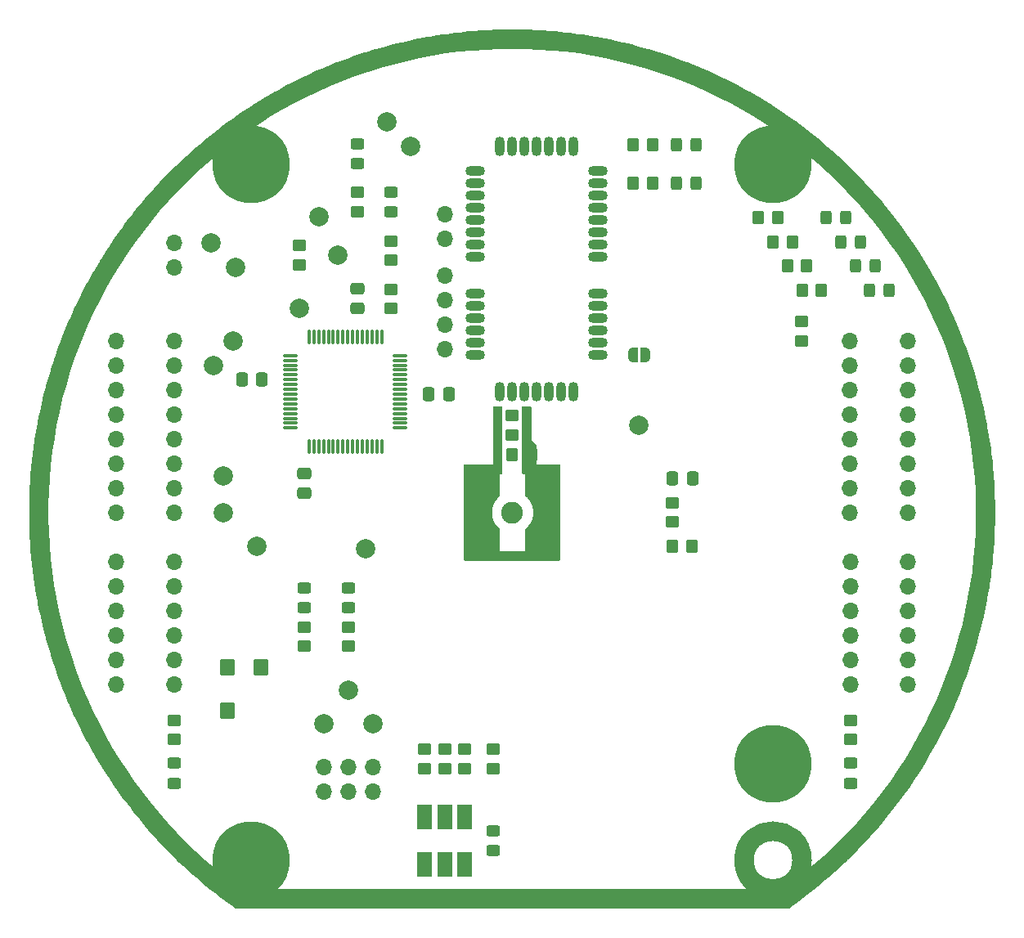
<source format=gbr>
%TF.GenerationSoftware,KiCad,Pcbnew,9.0.3*%
%TF.CreationDate,2025-09-01T11:10:08+02:00*%
%TF.ProjectId,TelemetryOnboard,54656c65-6d65-4747-9279-4f6e626f6172,v0.0.1*%
%TF.SameCoordinates,Original*%
%TF.FileFunction,Soldermask,Top*%
%TF.FilePolarity,Negative*%
%FSLAX46Y46*%
G04 Gerber Fmt 4.6, Leading zero omitted, Abs format (unit mm)*
G04 Created by KiCad (PCBNEW 9.0.3) date 2025-09-01 11:10:08*
%MOMM*%
%LPD*%
G01*
G04 APERTURE LIST*
G04 Aperture macros list*
%AMRoundRect*
0 Rectangle with rounded corners*
0 $1 Rounding radius*
0 $2 $3 $4 $5 $6 $7 $8 $9 X,Y pos of 4 corners*
0 Add a 4 corners polygon primitive as box body*
4,1,4,$2,$3,$4,$5,$6,$7,$8,$9,$2,$3,0*
0 Add four circle primitives for the rounded corners*
1,1,$1+$1,$2,$3*
1,1,$1+$1,$4,$5*
1,1,$1+$1,$6,$7*
1,1,$1+$1,$8,$9*
0 Add four rect primitives between the rounded corners*
20,1,$1+$1,$2,$3,$4,$5,0*
20,1,$1+$1,$4,$5,$6,$7,0*
20,1,$1+$1,$6,$7,$8,$9,0*
20,1,$1+$1,$8,$9,$2,$3,0*%
%AMFreePoly0*
4,1,23,0.500000,-0.750000,0.000000,-0.750000,0.000000,-0.745722,-0.065263,-0.745722,-0.191342,-0.711940,-0.304381,-0.646677,-0.396677,-0.554381,-0.461940,-0.441342,-0.495722,-0.315263,-0.495722,-0.250000,-0.500000,-0.250000,-0.500000,0.250000,-0.495722,0.250000,-0.495722,0.315263,-0.461940,0.441342,-0.396677,0.554381,-0.304381,0.646677,-0.191342,0.711940,-0.065263,0.745722,0.000000,0.745722,
0.000000,0.750000,0.500000,0.750000,0.500000,-0.750000,0.500000,-0.750000,$1*%
%AMFreePoly1*
4,1,23,0.000000,0.745722,0.065263,0.745722,0.191342,0.711940,0.304381,0.646677,0.396677,0.554381,0.461940,0.441342,0.495722,0.315263,0.495722,0.250000,0.500000,0.250000,0.500000,-0.250000,0.495722,-0.250000,0.495722,-0.315263,0.461940,-0.441342,0.396677,-0.554381,0.304381,-0.646677,0.191342,-0.711940,0.065263,-0.745722,0.000000,-0.745722,0.000000,-0.750000,-0.500000,-0.750000,
-0.500000,0.750000,0.000000,0.750000,0.000000,0.745722,0.000000,0.745722,$1*%
G04 Aperture macros list end*
%ADD10C,2.000000*%
%ADD11C,0.010000*%
%ADD12C,2.000000*%
%ADD13RoundRect,0.250000X-0.337500X-0.475000X0.337500X-0.475000X0.337500X0.475000X-0.337500X0.475000X0*%
%ADD14RoundRect,0.250000X0.337500X0.475000X-0.337500X0.475000X-0.337500X-0.475000X0.337500X-0.475000X0*%
%ADD15RoundRect,0.250000X-0.450000X0.350000X-0.450000X-0.350000X0.450000X-0.350000X0.450000X0.350000X0*%
%ADD16O,1.700000X1.700000*%
%ADD17RoundRect,0.250000X0.450000X-0.325000X0.450000X0.325000X-0.450000X0.325000X-0.450000X-0.325000X0*%
%ADD18C,4.700000*%
%ADD19C,8.000000*%
%ADD20R,1.600000X2.600000*%
%ADD21RoundRect,0.250000X0.350000X0.450000X-0.350000X0.450000X-0.350000X-0.450000X0.350000X-0.450000X0*%
%ADD22RoundRect,0.250000X0.325000X0.450000X-0.325000X0.450000X-0.325000X-0.450000X0.325000X-0.450000X0*%
%ADD23RoundRect,0.250000X-0.475000X0.337500X-0.475000X-0.337500X0.475000X-0.337500X0.475000X0.337500X0*%
%ADD24RoundRect,0.075000X-0.075000X0.662500X-0.075000X-0.662500X0.075000X-0.662500X0.075000X0.662500X0*%
%ADD25RoundRect,0.075000X-0.662500X0.075000X-0.662500X-0.075000X0.662500X-0.075000X0.662500X0.075000X0*%
%ADD26RoundRect,0.250000X0.450000X-0.350000X0.450000X0.350000X-0.450000X0.350000X-0.450000X-0.350000X0*%
%ADD27RoundRect,0.102000X-0.650000X-0.750000X0.650000X-0.750000X0.650000X0.750000X-0.650000X0.750000X0*%
%ADD28C,2.254000*%
%ADD29RoundRect,0.250000X-0.350000X-0.450000X0.350000X-0.450000X0.350000X0.450000X-0.350000X0.450000X0*%
%ADD30RoundRect,0.508000X-0.000010X0.508000X-0.000010X-0.508000X0.000010X-0.508000X0.000010X0.508000X0*%
%ADD31RoundRect,0.508000X0.000010X-0.508000X0.000010X0.508000X-0.000010X0.508000X-0.000010X-0.508000X0*%
%ADD32RoundRect,0.508000X-0.508000X-0.000010X0.508000X-0.000010X0.508000X0.000010X-0.508000X0.000010X0*%
%ADD33RoundRect,0.250000X0.475000X-0.337500X0.475000X0.337500X-0.475000X0.337500X-0.475000X-0.337500X0*%
%ADD34FreePoly0,0.000000*%
%ADD35FreePoly1,0.000000*%
G04 APERTURE END LIST*
D10*
X29999984Y-35999940D02*
G75*
G02*
X23999984Y-35999940I-3000000J0D01*
G01*
X23999984Y-35999940D02*
G75*
G02*
X29999984Y-35999940I3000000J0D01*
G01*
D11*
%TO.C,J3*%
X-1340016Y1770060D02*
X-1385016Y1731060D01*
X-1436016Y1684060D01*
X-1485016Y1636060D01*
X-1533016Y1587060D01*
X-1580016Y1536060D01*
X-1625016Y1484060D01*
X-1669016Y1430060D01*
X-1711016Y1375060D01*
X-1751016Y1320060D01*
X-1790016Y1262060D01*
X-1827016Y1204060D01*
X-1862016Y1145060D01*
X-1896016Y1085060D01*
X-1928016Y1024060D01*
X-1958016Y962060D01*
X-1986016Y899060D01*
X-2012016Y835060D01*
X-2037016Y770060D01*
X-2060016Y705060D01*
X-2080016Y639060D01*
X-2099016Y573060D01*
X-2116016Y506060D01*
X-2131016Y439060D01*
X-2144016Y371060D01*
X-2155016Y303060D01*
X-2164016Y235060D01*
X-2171016Y166060D01*
X-2176016Y97060D01*
X-2179016Y28060D01*
X-2180016Y-49940D01*
X-2176016Y-125940D01*
X-2171016Y-189940D01*
X-2164016Y-253940D01*
X-2156016Y-317940D01*
X-2145016Y-380940D01*
X-2133016Y-443940D01*
X-2118016Y-506940D01*
X-2102016Y-568940D01*
X-2084016Y-630940D01*
X-2065016Y-691940D01*
X-2043016Y-752940D01*
X-2020016Y-812940D01*
X-1995016Y-871940D01*
X-1968016Y-930940D01*
X-1940016Y-987940D01*
X-1910016Y-1044940D01*
X-1878016Y-1100940D01*
X-1845016Y-1155940D01*
X-1810016Y-1209940D01*
X-1774016Y-1262940D01*
X-1736016Y-1314940D01*
X-1696016Y-1365940D01*
X-1655016Y-1415940D01*
X-1613016Y-1463940D01*
X-1569016Y-1510940D01*
X-1524016Y-1556940D01*
X-1478016Y-1601940D01*
X-1430016Y-1644940D01*
X-1381016Y-1686940D01*
X-1340016Y-1719940D01*
X-1340016Y-3979940D01*
X-3980016Y-3979940D01*
X-3980016Y3980060D01*
X-1340016Y3980060D01*
X-1340016Y1770060D01*
G36*
X-1340016Y1770060D02*
G01*
X-1385016Y1731060D01*
X-1436016Y1684060D01*
X-1485016Y1636060D01*
X-1533016Y1587060D01*
X-1580016Y1536060D01*
X-1625016Y1484060D01*
X-1669016Y1430060D01*
X-1711016Y1375060D01*
X-1751016Y1320060D01*
X-1790016Y1262060D01*
X-1827016Y1204060D01*
X-1862016Y1145060D01*
X-1896016Y1085060D01*
X-1928016Y1024060D01*
X-1958016Y962060D01*
X-1986016Y899060D01*
X-2012016Y835060D01*
X-2037016Y770060D01*
X-2060016Y705060D01*
X-2080016Y639060D01*
X-2099016Y573060D01*
X-2116016Y506060D01*
X-2131016Y439060D01*
X-2144016Y371060D01*
X-2155016Y303060D01*
X-2164016Y235060D01*
X-2171016Y166060D01*
X-2176016Y97060D01*
X-2179016Y28060D01*
X-2180016Y-49940D01*
X-2176016Y-125940D01*
X-2171016Y-189940D01*
X-2164016Y-253940D01*
X-2156016Y-317940D01*
X-2145016Y-380940D01*
X-2133016Y-443940D01*
X-2118016Y-506940D01*
X-2102016Y-568940D01*
X-2084016Y-630940D01*
X-2065016Y-691940D01*
X-2043016Y-752940D01*
X-2020016Y-812940D01*
X-1995016Y-871940D01*
X-1968016Y-930940D01*
X-1940016Y-987940D01*
X-1910016Y-1044940D01*
X-1878016Y-1100940D01*
X-1845016Y-1155940D01*
X-1810016Y-1209940D01*
X-1774016Y-1262940D01*
X-1736016Y-1314940D01*
X-1696016Y-1365940D01*
X-1655016Y-1415940D01*
X-1613016Y-1463940D01*
X-1569016Y-1510940D01*
X-1524016Y-1556940D01*
X-1478016Y-1601940D01*
X-1430016Y-1644940D01*
X-1381016Y-1686940D01*
X-1340016Y-1719940D01*
X-1340016Y-3979940D01*
X-3980016Y-3979940D01*
X-3980016Y3980060D01*
X-1340016Y3980060D01*
X-1340016Y1770060D01*
G37*
X3979984Y-3979940D02*
X1339984Y-3979940D01*
X1339984Y-1719940D01*
X1390984Y-1676940D01*
X1440984Y-1632940D01*
X1488984Y-1587940D01*
X1535984Y-1541940D01*
X1580984Y-1493940D01*
X1624984Y-1444940D01*
X1666984Y-1394940D01*
X1707984Y-1342940D01*
X1747984Y-1289940D01*
X1785984Y-1236940D01*
X1821984Y-1181940D01*
X1856984Y-1125940D01*
X1889984Y-1068940D01*
X1920984Y-1010940D01*
X1950984Y-951940D01*
X1978984Y-891940D01*
X2004984Y-831940D01*
X2029984Y-770940D01*
X2052984Y-708940D01*
X2073984Y-646940D01*
X2092984Y-583940D01*
X2109984Y-519940D01*
X2124984Y-455940D01*
X2138984Y-390940D01*
X2149984Y-326940D01*
X2159984Y-260940D01*
X2167984Y-195940D01*
X2173984Y-129940D01*
X2177984Y-64940D01*
X2179984Y60D01*
X2178984Y52060D01*
X2175984Y119060D01*
X2170984Y186060D01*
X2163984Y253060D01*
X2155984Y320060D01*
X2144984Y387060D01*
X2131984Y453060D01*
X2117984Y519060D01*
X2100984Y584060D01*
X2082984Y649060D01*
X2061984Y713060D01*
X2039984Y777060D01*
X2015984Y840060D01*
X1989984Y902060D01*
X1962984Y964060D01*
X1932984Y1025060D01*
X1901984Y1084060D01*
X1869984Y1143060D01*
X1834984Y1201060D01*
X1798984Y1258060D01*
X1760984Y1314060D01*
X1720984Y1368060D01*
X1679984Y1422060D01*
X1637984Y1474060D01*
X1593984Y1525060D01*
X1547984Y1575060D01*
X1500984Y1623060D01*
X1452984Y1670060D01*
X1402984Y1716060D01*
X1339984Y1770060D01*
X1339984Y3980060D01*
X3979984Y3980060D01*
X3979984Y-3979940D01*
G36*
X3979984Y-3979940D02*
G01*
X1339984Y-3979940D01*
X1339984Y-1719940D01*
X1390984Y-1676940D01*
X1440984Y-1632940D01*
X1488984Y-1587940D01*
X1535984Y-1541940D01*
X1580984Y-1493940D01*
X1624984Y-1444940D01*
X1666984Y-1394940D01*
X1707984Y-1342940D01*
X1747984Y-1289940D01*
X1785984Y-1236940D01*
X1821984Y-1181940D01*
X1856984Y-1125940D01*
X1889984Y-1068940D01*
X1920984Y-1010940D01*
X1950984Y-951940D01*
X1978984Y-891940D01*
X2004984Y-831940D01*
X2029984Y-770940D01*
X2052984Y-708940D01*
X2073984Y-646940D01*
X2092984Y-583940D01*
X2109984Y-519940D01*
X2124984Y-455940D01*
X2138984Y-390940D01*
X2149984Y-326940D01*
X2159984Y-260940D01*
X2167984Y-195940D01*
X2173984Y-129940D01*
X2177984Y-64940D01*
X2179984Y60D01*
X2178984Y52060D01*
X2175984Y119060D01*
X2170984Y186060D01*
X2163984Y253060D01*
X2155984Y320060D01*
X2144984Y387060D01*
X2131984Y453060D01*
X2117984Y519060D01*
X2100984Y584060D01*
X2082984Y649060D01*
X2061984Y713060D01*
X2039984Y777060D01*
X2015984Y840060D01*
X1989984Y902060D01*
X1962984Y964060D01*
X1932984Y1025060D01*
X1901984Y1084060D01*
X1869984Y1143060D01*
X1834984Y1201060D01*
X1798984Y1258060D01*
X1760984Y1314060D01*
X1720984Y1368060D01*
X1679984Y1422060D01*
X1637984Y1474060D01*
X1593984Y1525060D01*
X1547984Y1575060D01*
X1500984Y1623060D01*
X1452984Y1670060D01*
X1402984Y1716060D01*
X1339984Y1770060D01*
X1339984Y3980060D01*
X3979984Y3980060D01*
X3979984Y-3979940D01*
G37*
%TD*%
D12*
%TO.C,TP13*%
X-30920016Y15240060D03*
%TD*%
D13*
%TO.C,C5*%
X16579984Y3500060D03*
X18654984Y3500060D03*
%TD*%
D14*
%TO.C,C2*%
X-6575016Y12240060D03*
X-8650016Y12240060D03*
%TD*%
D15*
%TO.C,R15*%
X-21565016Y-11874940D03*
X-21565016Y-13874940D03*
%TD*%
D16*
%TO.C,J1*%
X-19525016Y-26374940D03*
X-19525016Y-28914940D03*
X-16985016Y-26374940D03*
X-16985016Y-28914940D03*
X-14445016Y-26374940D03*
X-14445016Y-28914940D03*
%TD*%
D17*
%TO.C,D12*%
X-35000016Y-28024940D03*
X-35000016Y-25974940D03*
%TD*%
D12*
%TO.C,TP8*%
X-19525016Y-21874940D03*
%TD*%
D18*
%TO.C,M1*%
X-27000016Y36000060D03*
D19*
X-27000016Y36000060D03*
%TD*%
D18*
%TO.C,M3*%
X26999984Y-25999940D03*
D19*
X26999984Y-25999940D03*
%TD*%
D16*
%TO.C,JL1*%
X-35000016Y17780060D03*
X-35000016Y15240060D03*
X-35000016Y12700060D03*
X-35000016Y10160060D03*
X-35000016Y7620060D03*
X-35000016Y5080060D03*
X-35000016Y2540060D03*
X-35000016Y60D03*
%TD*%
D15*
%TO.C,R1*%
X-2000016Y-24499940D03*
X-2000016Y-26499940D03*
%TD*%
D12*
%TO.C,TP5*%
X-22025016Y21152560D03*
%TD*%
%TO.C,TP7*%
X-14445016Y-21874940D03*
%TD*%
%TO.C,TP9*%
X-16985016Y-18374940D03*
%TD*%
D17*
%TO.C,D16*%
X-16985016Y-9899940D03*
X-16985016Y-7849940D03*
%TD*%
D12*
%TO.C,TP11*%
X-29920016Y60D03*
%TD*%
D20*
%TO.C,D2*%
X-4900016Y-31549940D03*
X-7000016Y-31549940D03*
X-9100016Y-31549940D03*
X-9100016Y-36449940D03*
X-7000016Y-36449940D03*
X-4900016Y-36449940D03*
%TD*%
D16*
%TO.C,J2*%
X-6990016Y30895062D03*
X-6990016Y28355062D03*
%TD*%
D21*
%TO.C,R6*%
X28999984Y28000060D03*
X26999984Y28000060D03*
%TD*%
D12*
%TO.C,TP4*%
X-13000016Y40400062D03*
%TD*%
D16*
%TO.C,J5*%
X-35000016Y27940060D03*
X-35000016Y25400060D03*
%TD*%
%TO.C,JL4*%
X-40975016Y-5079940D03*
X-40975016Y-7619940D03*
X-40975016Y-10159940D03*
X-40975016Y-12699940D03*
X-40975016Y-15239940D03*
X-40975016Y-17779940D03*
%TD*%
D15*
%TO.C,R20*%
X-22025016Y27652560D03*
X-22025016Y25652560D03*
%TD*%
%TO.C,R12*%
X-35000016Y-21499940D03*
X-35000016Y-23499940D03*
%TD*%
%TO.C,R2*%
X-4900016Y-24499940D03*
X-4900016Y-26499940D03*
%TD*%
D12*
%TO.C,TP2*%
X-20025016Y30652560D03*
%TD*%
D21*
%TO.C,R5*%
X27499984Y30500060D03*
X25499984Y30500060D03*
%TD*%
D22*
%TO.C,D6*%
X36049984Y28000060D03*
X33999984Y28000060D03*
%TD*%
D16*
%TO.C,JR4*%
X40974984Y-17804940D03*
X40974984Y-15264940D03*
X40974984Y-12724940D03*
X40974984Y-10184940D03*
X40974984Y-7644940D03*
X40974984Y-5104940D03*
%TD*%
D23*
%TO.C,C3*%
X-21500016Y4037560D03*
X-21500016Y1962560D03*
%TD*%
D15*
%TO.C,R11*%
X34999984Y-21499940D03*
X34999984Y-23499940D03*
%TD*%
D18*
%TO.C,M4*%
X26999984Y36000060D03*
D19*
X26999984Y36000060D03*
%TD*%
D17*
%TO.C,D13*%
X-12525016Y31090060D03*
X-12525016Y33140060D03*
%TD*%
D22*
%TO.C,D10*%
X19049984Y34090060D03*
X16999984Y34090060D03*
%TD*%
D13*
%TO.C,C4*%
X-27975016Y13740060D03*
X-25900016Y13740060D03*
%TD*%
D24*
%TO.C,U1*%
X-13525016Y18152560D03*
X-14025016Y18152560D03*
X-14525016Y18152560D03*
X-15025016Y18152560D03*
X-15525016Y18152560D03*
X-16025016Y18152560D03*
X-16525016Y18152560D03*
X-17025016Y18152560D03*
X-17525016Y18152560D03*
X-18025016Y18152560D03*
X-18525016Y18152560D03*
X-19025016Y18152560D03*
X-19525016Y18152560D03*
X-20025016Y18152560D03*
X-20525016Y18152560D03*
X-21025016Y18152560D03*
D25*
X-22937516Y16240060D03*
X-22937516Y15740060D03*
X-22937516Y15240060D03*
X-22937516Y14740060D03*
X-22937516Y14240060D03*
X-22937516Y13740060D03*
X-22937516Y13240060D03*
X-22937516Y12740060D03*
X-22937516Y12240060D03*
X-22937516Y11740060D03*
X-22937516Y11240060D03*
X-22937516Y10740060D03*
X-22937516Y10240060D03*
X-22937516Y9740060D03*
X-22937516Y9240060D03*
X-22937516Y8740060D03*
D24*
X-21025016Y6827560D03*
X-20525016Y6827560D03*
X-20025016Y6827560D03*
X-19525016Y6827560D03*
X-19025016Y6827560D03*
X-18525016Y6827560D03*
X-18025016Y6827560D03*
X-17525016Y6827560D03*
X-17025016Y6827560D03*
X-16525016Y6827560D03*
X-16025016Y6827560D03*
X-15525016Y6827560D03*
X-15025016Y6827560D03*
X-14525016Y6827560D03*
X-14025016Y6827560D03*
X-13525016Y6827560D03*
D25*
X-11612516Y8740060D03*
X-11612516Y9240060D03*
X-11612516Y9740060D03*
X-11612516Y10240060D03*
X-11612516Y10740060D03*
X-11612516Y11240060D03*
X-11612516Y11740060D03*
X-11612516Y12240060D03*
X-11612516Y12740060D03*
X-11612516Y13240060D03*
X-11612516Y13740060D03*
X-11612516Y14240060D03*
X-11612516Y14740060D03*
X-11612516Y15240060D03*
X-11612516Y15740060D03*
X-11612516Y16240060D03*
%TD*%
D22*
%TO.C,D7*%
X37549984Y25500060D03*
X35499984Y25500060D03*
%TD*%
D21*
%TO.C,R18*%
X18579984Y-3499940D03*
X16579984Y-3499940D03*
%TD*%
%TO.C,R9*%
X14499984Y38040060D03*
X12499984Y38040060D03*
%TD*%
D17*
%TO.C,D15*%
X-21565016Y-9899940D03*
X-21565016Y-7849940D03*
%TD*%
D22*
%TO.C,D9*%
X19049984Y38040060D03*
X16999984Y38040060D03*
%TD*%
D12*
%TO.C,TP17*%
X-26437516Y-3467440D03*
%TD*%
D15*
%TO.C,R3*%
X-7000016Y-24499940D03*
X-7000016Y-26499940D03*
%TD*%
D17*
%TO.C,D14*%
X-16025016Y36090060D03*
X-16025016Y38140060D03*
%TD*%
D16*
%TO.C,JL3*%
X-40975016Y17780060D03*
X-40975016Y15240060D03*
X-40975016Y12700060D03*
X-40975016Y10160060D03*
X-40975016Y7620060D03*
X-40975016Y5080060D03*
X-40975016Y2540060D03*
X-40975016Y60D03*
%TD*%
%TO.C,JR1*%
X34974984Y60D03*
X34974984Y2540060D03*
X34974984Y5080060D03*
X34974984Y7620060D03*
X34974984Y10160060D03*
X34974984Y12700060D03*
X34974984Y15240060D03*
X34974984Y17780060D03*
%TD*%
D17*
%TO.C,D11*%
X34999984Y-28024940D03*
X34999984Y-25974940D03*
%TD*%
D22*
%TO.C,D8*%
X39049984Y23000060D03*
X36999984Y23000060D03*
%TD*%
D26*
%TO.C,R21*%
X29974984Y17780060D03*
X29974984Y19780060D03*
%TD*%
%TO.C,R14*%
X-16025016Y31115060D03*
X-16025016Y33115060D03*
%TD*%
D15*
%TO.C,ZS1*%
X-16Y10000060D03*
X-16Y8000060D03*
%TD*%
D16*
%TO.C,JL2*%
X-35000016Y-5079940D03*
X-35000016Y-7619940D03*
X-35000016Y-10159940D03*
X-35000016Y-12699940D03*
X-35000016Y-15239940D03*
X-35000016Y-17779940D03*
%TD*%
D12*
%TO.C,TP3*%
X-10500016Y37900062D03*
%TD*%
%TO.C,TP10*%
X-29920016Y3810060D03*
%TD*%
%TO.C,TP6*%
X-18025016Y26652560D03*
%TD*%
D27*
%TO.C,LS1*%
X-26000000Y-16000000D03*
X-29500000Y-20500000D03*
X-29500000Y-16000000D03*
%TD*%
D21*
%TO.C,R7*%
X30499984Y25500060D03*
X28499984Y25500060D03*
%TD*%
D12*
%TO.C,TP14*%
X-31190016Y27940060D03*
%TD*%
D16*
%TO.C,JR3*%
X40974984Y60D03*
X40974984Y2540060D03*
X40974984Y5080060D03*
X40974984Y7620060D03*
X40974984Y10160060D03*
X40974984Y12700060D03*
X40974984Y15240060D03*
X40974984Y17780060D03*
%TD*%
D21*
%TO.C,R8*%
X31999984Y23000060D03*
X29999984Y23000060D03*
%TD*%
D26*
%TO.C,R16*%
X-16985016Y-13874940D03*
X-16985016Y-11874940D03*
%TD*%
D28*
%TO.C,J3*%
X-16Y60D03*
%TD*%
D15*
%TO.C,R4*%
X-9100016Y-24499940D03*
X-9100016Y-26499940D03*
%TD*%
D16*
%TO.C,J4*%
X-6990016Y16925062D03*
X-6990016Y19465062D03*
X-6990016Y22005062D03*
X-6990016Y24545062D03*
%TD*%
D22*
%TO.C,D5*%
X34549984Y30500060D03*
X32499984Y30500060D03*
%TD*%
D12*
%TO.C,TP15*%
X-28650016Y25400060D03*
%TD*%
D21*
%TO.C,R10*%
X14499984Y34090060D03*
X12499984Y34090060D03*
%TD*%
D12*
%TO.C,TP12*%
X-28920016Y17780060D03*
%TD*%
D16*
%TO.C,JR2*%
X34999984Y-17804940D03*
X34999984Y-15264940D03*
X34999984Y-12724940D03*
X34999984Y-10184940D03*
X34999984Y-7644940D03*
X34999984Y-5104940D03*
%TD*%
D29*
%TO.C,ZP1*%
X-16Y6000060D03*
X1999984Y6000060D03*
%TD*%
D15*
%TO.C,R19*%
X-12525016Y23115060D03*
X-12525016Y21115060D03*
%TD*%
D18*
%TO.C,M2*%
X-27000016Y-35999940D03*
D19*
X-27000016Y-35999940D03*
%TD*%
D15*
%TO.C,R13*%
X-12525016Y28115060D03*
X-12525016Y26115060D03*
%TD*%
D30*
%TO.C,U2*%
X6349984Y37900062D03*
X5079984Y37900062D03*
X3809984Y37900062D03*
X2539984Y37900062D03*
X1269984Y37900062D03*
X-16Y37900062D03*
X-1270016Y37900062D03*
D31*
X-1270016Y12500062D03*
X-16Y12500062D03*
X1269984Y12500062D03*
X2539984Y12500062D03*
X3809984Y12500062D03*
X5079984Y12500062D03*
X6349984Y12500062D03*
D32*
X-3810016Y35360062D03*
X-3810016Y34090062D03*
X-3810016Y32820062D03*
X-3800993Y31548107D03*
X-3810016Y30280062D03*
X-3810016Y29010062D03*
X-3810016Y27740062D03*
X-3810016Y26470062D03*
X8889984Y26470062D03*
X8889984Y27740062D03*
X8889984Y29010062D03*
X8889984Y30280062D03*
X8889984Y31550062D03*
X8889984Y32820062D03*
X8889984Y34090062D03*
X8889984Y35360062D03*
X8889984Y22660062D03*
X-3810016Y22660062D03*
X8889984Y21390062D03*
X-3810016Y21390062D03*
X8889984Y20120062D03*
X-3810016Y20120062D03*
X8889984Y18850062D03*
X-3810016Y18850062D03*
X8889984Y17580062D03*
X-3810016Y17580062D03*
X8889984Y16310062D03*
X-3810016Y16310062D03*
%TD*%
D33*
%TO.C,C1*%
X-16025016Y21115060D03*
X-16025016Y23190060D03*
%TD*%
D12*
%TO.C,TP16*%
X13139984Y9000062D03*
%TD*%
%TO.C,TP1*%
X-15215016Y-3749980D03*
%TD*%
D17*
%TO.C,D1*%
X-2000016Y-35024940D03*
X-2000016Y-32974940D03*
%TD*%
D15*
%TO.C,R17*%
X16579984Y1000060D03*
X16579984Y-999940D03*
%TD*%
D34*
%TO.C,JP1*%
X12474984Y16310062D03*
D35*
X13774984Y16310062D03*
%TD*%
G36*
X214406Y49999546D02*
G01*
X1165464Y49986065D01*
X1166846Y49986037D01*
X1578555Y49975610D01*
X1580686Y49975538D01*
X2572613Y49933342D01*
X2573620Y49933295D01*
X2846384Y49919469D01*
X2847952Y49919380D01*
X3087698Y49904182D01*
X3088632Y49904119D01*
X4056234Y49835440D01*
X4056862Y49835394D01*
X4109491Y49831390D01*
X4111059Y49831260D01*
X4500323Y49796670D01*
X4501629Y49796547D01*
X5452175Y49701939D01*
X5453993Y49701745D01*
X5876222Y49653423D01*
X5877896Y49653220D01*
X6818441Y49532603D01*
X6819882Y49532409D01*
X7232585Y49474556D01*
X7234623Y49474253D01*
X8203253Y49322020D01*
X8204318Y49321848D01*
X8503924Y49272085D01*
X8505473Y49271818D01*
X8706258Y49235849D01*
X8707108Y49235694D01*
X9643421Y49061216D01*
X9644112Y49061085D01*
X9748798Y49040962D01*
X9750339Y49040655D01*
X10108491Y48967092D01*
X10109704Y48966837D01*
X11049129Y48764074D01*
X11050984Y48763659D01*
X11463546Y48667973D01*
X11465116Y48667598D01*
X12384503Y48441713D01*
X12385982Y48441340D01*
X12792977Y48336020D01*
X12794899Y48335506D01*
X13730592Y48077288D01*
X13731699Y48076977D01*
X14051190Y47985610D01*
X14052697Y47985168D01*
X14209717Y47938105D01*
X14210477Y47937875D01*
X15114623Y47660560D01*
X15115364Y47660330D01*
X15261605Y47614472D01*
X15263100Y47613993D01*
X15585499Y47508396D01*
X15586608Y47508027D01*
X16504049Y47197924D01*
X16505911Y47197278D01*
X16902669Y47056105D01*
X16904120Y47055579D01*
X17791934Y46727175D01*
X17793428Y46726611D01*
X18188259Y46574755D01*
X18190044Y46574053D01*
X19083175Y46214591D01*
X19084306Y46214129D01*
X19416119Y46076769D01*
X19417566Y46076159D01*
X19526977Y46029234D01*
X19527640Y46028947D01*
X20398156Y45649577D01*
X20398931Y45649236D01*
X20576501Y45570404D01*
X20577933Y45569758D01*
X20860662Y45439929D01*
X20861657Y45439467D01*
X21746650Y45023560D01*
X21748491Y45022676D01*
X22123657Y44838761D01*
X22124975Y44838105D01*
X22970897Y44410884D01*
X22972381Y44410122D01*
X23348843Y44213596D01*
X23350473Y44212730D01*
X24191805Y43757457D01*
X24192939Y43756835D01*
X24529251Y43570285D01*
X24530622Y43569514D01*
X24588888Y43536221D01*
X24589450Y43535897D01*
X25424335Y43053035D01*
X25425129Y43052572D01*
X25624545Y42935258D01*
X25625893Y42934454D01*
X25866411Y42788829D01*
X25867286Y42788294D01*
X26709366Y42268878D01*
X26711156Y42267753D01*
X27059172Y42044810D01*
X27060347Y42044048D01*
X27854584Y41522506D01*
X27856031Y41521541D01*
X28265659Y41244254D01*
X28266763Y41243498D01*
X28427293Y41132287D01*
X28427484Y41132154D01*
X28686127Y40952256D01*
X28686654Y40951888D01*
X28894195Y40805931D01*
X28894951Y40805395D01*
X29323938Y40498884D01*
X29325670Y40497624D01*
X30124645Y39905650D01*
X30125444Y39905053D01*
X30340224Y39743226D01*
X30341472Y39742272D01*
X30532100Y39594820D01*
X30532840Y39594244D01*
X31295879Y38994750D01*
X31296373Y38994360D01*
X31336781Y38962280D01*
X31338007Y38961294D01*
X31639301Y38715800D01*
X31640307Y38714971D01*
X32374714Y38103616D01*
X32376116Y38102431D01*
X32696872Y37827278D01*
X32698133Y37826182D01*
X33408999Y37199563D01*
X33410095Y37198585D01*
X33718606Y36920073D01*
X33720107Y36918695D01*
X34434295Y36252333D01*
X34435098Y36251577D01*
X34662402Y36035681D01*
X34663533Y36034593D01*
X34797537Y35904048D01*
X34798133Y35903464D01*
X35472448Y35237661D01*
X35472969Y35237143D01*
X35563640Y35146549D01*
X35564745Y35145432D01*
X35810097Y34893995D01*
X35810931Y34893132D01*
X36477953Y34196199D01*
X36479283Y34194787D01*
X36764873Y33886890D01*
X36765931Y33885735D01*
X37400703Y33183802D01*
X37401751Y33182628D01*
X37679611Y32867421D01*
X37680877Y32865961D01*
X38306955Y32133009D01*
X38307735Y32132088D01*
X38534976Y31860753D01*
X38535977Y31859542D01*
X38614058Y31763874D01*
X38614517Y31763308D01*
X39209912Y31024988D01*
X39210437Y31024333D01*
X39329310Y30874863D01*
X39330280Y30873627D01*
X39520471Y30628163D01*
X39521138Y30627294D01*
X40113249Y29849001D01*
X40114473Y29847364D01*
X40360367Y29512848D01*
X40361226Y29511665D01*
X40913509Y28741470D01*
X40914478Y28740100D01*
X41156225Y28393150D01*
X41157259Y28391642D01*
X41691578Y27600164D01*
X41692306Y27599073D01*
X41907710Y27272607D01*
X41908567Y27271290D01*
X41933350Y27232673D01*
X41933685Y27232148D01*
X42454868Y26410986D01*
X42455372Y26410186D01*
X42584807Y26202775D01*
X42585630Y26201437D01*
X42723486Y25974171D01*
X42723996Y25973322D01*
X43231653Y25121132D01*
X43231938Y25120652D01*
X43234553Y25116217D01*
X43235352Y25114842D01*
X43437429Y24761850D01*
X43438097Y24760668D01*
X43902098Y23929160D01*
X43902955Y23927597D01*
X44103791Y23555211D01*
X44104599Y23553688D01*
X44543626Y22711846D01*
X44544274Y22710587D01*
X44730743Y22342847D01*
X44731672Y22340975D01*
X45162305Y21454999D01*
X45162760Y21454053D01*
X45287963Y21190820D01*
X45288629Y21189397D01*
X45378695Y20993684D01*
X45379062Y20992878D01*
X45772503Y20121588D01*
X45772782Y20120965D01*
X45809966Y20037396D01*
X45810596Y20035957D01*
X45956949Y19695489D01*
X45957438Y19694335D01*
X46327498Y18808896D01*
X46328212Y18807150D01*
X46484815Y18415814D01*
X46485407Y18414307D01*
X46825600Y17530927D01*
X46826138Y17529504D01*
X46971649Y17137384D01*
X46972325Y17135517D01*
X47295154Y16220920D01*
X47295533Y16219830D01*
X47403717Y15904005D01*
X47404216Y15902516D01*
X47453263Y15753188D01*
X47453505Y15752445D01*
X47742853Y14852395D01*
X47743092Y14851644D01*
X47791178Y14698739D01*
X47791639Y14697238D01*
X47887113Y14379651D01*
X47887439Y14378550D01*
X48158284Y13446383D01*
X48158824Y13444466D01*
X48269000Y13041215D01*
X48269390Y13039751D01*
X48507689Y12123679D01*
X48508088Y12122104D01*
X48608909Y11712575D01*
X48609345Y11710745D01*
X48824470Y10776048D01*
X48824746Y10774820D01*
X48904609Y10410965D01*
X48904936Y10409429D01*
X48922651Y10323539D01*
X48922786Y10322875D01*
X49110987Y9384519D01*
X49111159Y9383644D01*
X49152530Y9169389D01*
X49152818Y9167845D01*
X49204037Y8883274D01*
X49204218Y8882246D01*
X49370694Y7910455D01*
X49371030Y7908387D01*
X49433751Y7500998D01*
X49433958Y7499602D01*
X49567755Y6559575D01*
X49567986Y6557861D01*
X49621764Y6138151D01*
X49621978Y6136387D01*
X49729410Y5190618D01*
X49729556Y5189264D01*
X49771204Y4782842D01*
X49771376Y4781037D01*
X49771386Y4780923D01*
X49771414Y4780593D01*
X49855675Y3789689D01*
X49855756Y3788696D01*
X49876347Y3521096D01*
X49876457Y3519530D01*
X49891956Y3278192D01*
X49892013Y3277254D01*
X49946874Y2308231D01*
X49946908Y2307603D01*
X49949506Y2257181D01*
X49949577Y2255611D01*
X49964684Y1866558D01*
X49964727Y1865253D01*
X49991734Y910396D01*
X49991773Y908563D01*
X49997478Y485775D01*
X49997489Y484102D01*
X49997489Y-463403D01*
X49997480Y-464871D01*
X49992560Y-880496D01*
X49992519Y-882534D01*
X49964900Y-1859047D01*
X49964864Y-1860147D01*
X49953243Y-2172761D01*
X49953175Y-2174330D01*
X49943808Y-2362202D01*
X49943764Y-2363036D01*
X49890194Y-3309267D01*
X49890150Y-3310000D01*
X49882213Y-3436872D01*
X49882105Y-3438438D01*
X49855689Y-3789337D01*
X49855593Y-3790535D01*
X49773873Y-4751552D01*
X49773694Y-4753482D01*
X49731560Y-5171479D01*
X49731393Y-5173038D01*
X49624595Y-6113229D01*
X49624407Y-6114790D01*
X49571687Y-6531720D01*
X49571430Y-6533637D01*
X49435571Y-7488146D01*
X49435395Y-7489338D01*
X49382232Y-7838492D01*
X49381986Y-7840044D01*
X49361635Y-7963194D01*
X49361514Y-7963914D01*
X49201415Y-8898488D01*
X49201270Y-8899314D01*
X49167936Y-9086295D01*
X49167651Y-9087840D01*
X49109114Y-9393713D01*
X49108903Y-9394789D01*
X48916692Y-10353141D01*
X48916274Y-10355141D01*
X48827871Y-10761113D01*
X48827551Y-10762541D01*
X48615015Y-11685996D01*
X48614628Y-11687627D01*
X48514222Y-12098395D01*
X48513774Y-12100169D01*
X48273364Y-13024353D01*
X48273028Y-13025619D01*
X48170704Y-13402592D01*
X48170283Y-13404105D01*
X48157291Y-13449677D01*
X48157118Y-13450279D01*
X47885931Y-14383627D01*
X47885664Y-14384532D01*
X47815919Y-14617933D01*
X47815460Y-14619434D01*
X47735873Y-14873974D01*
X47735573Y-14874921D01*
X47431762Y-15819960D01*
X47431586Y-15820503D01*
X47430475Y-15823905D01*
X47429976Y-15825400D01*
X47298601Y-16211010D01*
X47298156Y-16212294D01*
X46981300Y-17109969D01*
X46980695Y-17111644D01*
X46834089Y-17508731D01*
X46833480Y-17510346D01*
X46492323Y-18396232D01*
X46491807Y-18397548D01*
X46339225Y-18780673D01*
X46338435Y-18782610D01*
X45958503Y-19691670D01*
X45958095Y-19692635D01*
X45843708Y-19959957D01*
X45843081Y-19961397D01*
X45755397Y-20159345D01*
X45755034Y-20160156D01*
X45361537Y-21031571D01*
X45361255Y-21032191D01*
X45323663Y-21114236D01*
X45323000Y-21115660D01*
X45164028Y-21451321D01*
X45163485Y-21452452D01*
X44744133Y-22315219D01*
X44743296Y-22316908D01*
X44553175Y-22693395D01*
X44552435Y-22694837D01*
X44114805Y-23534000D01*
X44114095Y-23535342D01*
X43916137Y-23903852D01*
X43915182Y-23905596D01*
X43442483Y-24752691D01*
X43441917Y-24753694D01*
X43276893Y-25043074D01*
X43276106Y-25044434D01*
X43195853Y-25181107D01*
X43195454Y-25181781D01*
X42711841Y-25993608D01*
X42711437Y-25994281D01*
X42628956Y-26130767D01*
X42628135Y-26132107D01*
X42452583Y-26414457D01*
X42451971Y-26415431D01*
X41932050Y-27234605D01*
X41930971Y-27236275D01*
X41701208Y-27585765D01*
X41700367Y-27587028D01*
X41170808Y-28371452D01*
X41169891Y-28372791D01*
X40929294Y-28719314D01*
X40928208Y-28720853D01*
X40369266Y-29500335D01*
X40368529Y-29501352D01*
X40148784Y-29801336D01*
X40147848Y-29802597D01*
X40094262Y-29873839D01*
X40093852Y-29874381D01*
X39514764Y-30635556D01*
X39514222Y-30636263D01*
X39381358Y-30808326D01*
X39380391Y-30809563D01*
X39200139Y-31036983D01*
X39199486Y-31037799D01*
X38580933Y-31804835D01*
X38579605Y-31806454D01*
X38315314Y-32123093D01*
X38314402Y-32124172D01*
X37697879Y-32845939D01*
X37696748Y-32847245D01*
X37417359Y-33165247D01*
X37416176Y-33166575D01*
X36777705Y-33872597D01*
X36776786Y-33873601D01*
X36499918Y-34173088D01*
X36498860Y-34174219D01*
X36497277Y-34175889D01*
X36496865Y-34176321D01*
X35810145Y-34893833D01*
X35809455Y-34894549D01*
X35622934Y-35086331D01*
X35621832Y-35087449D01*
X35450318Y-35259389D01*
X35449650Y-35260054D01*
X34758727Y-35942253D01*
X34758282Y-35942690D01*
X34723160Y-35977021D01*
X34722028Y-35978114D01*
X34439638Y-36247221D01*
X34438686Y-36248118D01*
X33740428Y-36899617D01*
X33739079Y-36900857D01*
X33425685Y-37184720D01*
X33424437Y-37185836D01*
X32713679Y-37812361D01*
X32712573Y-37813324D01*
X32397485Y-38084519D01*
X32395928Y-38085837D01*
X31644918Y-38711015D01*
X31644070Y-38711714D01*
X31402517Y-38909197D01*
X31401295Y-38910184D01*
X31253366Y-39028030D01*
X31252710Y-39028549D01*
X30507366Y-39614139D01*
X30506789Y-39614589D01*
X30407290Y-39691817D01*
X30406043Y-39692773D01*
X30124773Y-39905429D01*
X30123810Y-39906150D01*
X29349023Y-40480203D01*
X29347458Y-40481343D01*
X28932533Y-40778845D01*
X28931609Y-40779501D01*
X28650253Y-40977368D01*
X28584093Y-40999831D01*
X28578922Y-40999939D01*
X-28578953Y-40999939D01*
X-28645992Y-40980254D01*
X-28650284Y-40977368D01*
X-28931810Y-40779381D01*
X-28932734Y-40778725D01*
X-29347402Y-40481407D01*
X-29348967Y-40480267D01*
X-30124014Y-39906021D01*
X-30124977Y-39905300D01*
X-30406075Y-39692774D01*
X-30407323Y-39691818D01*
X-30506542Y-39614807D01*
X-30507118Y-39614357D01*
X-31252936Y-39028395D01*
X-31253592Y-39027875D01*
X-31401327Y-38910183D01*
X-31402549Y-38909197D01*
X-31643897Y-38711883D01*
X-31644745Y-38711184D01*
X-32396122Y-38085702D01*
X-32397680Y-38084383D01*
X-32712407Y-37813496D01*
X-32713512Y-37812534D01*
X-33424596Y-37185722D01*
X-33425844Y-37184606D01*
X-33738972Y-36900985D01*
X-33740321Y-36899745D01*
X-34438933Y-36247915D01*
X-34439884Y-36247018D01*
X-34722020Y-35978154D01*
X-34723153Y-35977061D01*
X-34758007Y-35942992D01*
X-34758452Y-35942555D01*
X-35449839Y-35259898D01*
X-35450507Y-35259233D01*
X-35621864Y-35087450D01*
X-35622966Y-35086332D01*
X-35809328Y-34894715D01*
X-35810018Y-34893999D01*
X-36497353Y-34175843D01*
X-36497712Y-34175467D01*
X-36498812Y-34174308D01*
X-36499923Y-34173121D01*
X-36776746Y-33873681D01*
X-36777665Y-33872677D01*
X-37416295Y-33166479D01*
X-37417479Y-33165151D01*
X-37696733Y-32847299D01*
X-37697863Y-32845993D01*
X-38314567Y-32124016D01*
X-38315479Y-32122937D01*
X-38579562Y-31806547D01*
X-38580890Y-31804928D01*
X-39199735Y-31037528D01*
X-39200388Y-31036712D01*
X-39380415Y-30809577D01*
X-39381383Y-30808339D01*
X-39514019Y-30636569D01*
X-39514560Y-30635863D01*
X-40094155Y-29874024D01*
X-40094565Y-29873483D01*
X-40147872Y-29802612D01*
X-40148808Y-29801350D01*
X-40368467Y-29501484D01*
X-40369204Y-29500467D01*
X-40928316Y-28720748D01*
X-40929402Y-28719209D01*
X-41169839Y-28372915D01*
X-41170756Y-28371576D01*
X-41700469Y-27586924D01*
X-41701310Y-27585661D01*
X-41930935Y-27236381D01*
X-41932014Y-27234711D01*
X-42452136Y-26415220D01*
X-42452748Y-26414246D01*
X-42628146Y-26132143D01*
X-42628967Y-26130804D01*
X-42711293Y-25994577D01*
X-42711697Y-25993903D01*
X-43195672Y-25181469D01*
X-43196071Y-25180794D01*
X-43276118Y-25044469D01*
X-43276905Y-25043110D01*
X-43441852Y-24753867D01*
X-43442418Y-24752864D01*
X-43915297Y-23905445D01*
X-43916251Y-23903702D01*
X-44114021Y-23535545D01*
X-44114732Y-23534202D01*
X-44552544Y-22694689D01*
X-44553284Y-22693247D01*
X-44743264Y-22317040D01*
X-44744101Y-22315351D01*
X-45163631Y-21452218D01*
X-45164174Y-21451087D01*
X-45323019Y-21115692D01*
X-45323682Y-21114268D01*
X-45361164Y-21032463D01*
X-45361446Y-21031843D01*
X-45755169Y-20159927D01*
X-45755532Y-20159116D01*
X-45843114Y-19961399D01*
X-45843741Y-19959959D01*
X-45958049Y-19692821D01*
X-45958457Y-19691856D01*
X-46338505Y-18782519D01*
X-46339295Y-18780582D01*
X-46491798Y-18397656D01*
X-46492314Y-18396340D01*
X-46833550Y-17510249D01*
X-46834159Y-17508634D01*
X-46980671Y-17111803D01*
X-46981276Y-17110128D01*
X-47298247Y-16212128D01*
X-47298692Y-16210844D01*
X-47429990Y-15825462D01*
X-47430505Y-15823919D01*
X-47431514Y-15820825D01*
X-47431674Y-15820330D01*
X-47735669Y-14874721D01*
X-47735969Y-14873774D01*
X-47815493Y-14619436D01*
X-47815952Y-14617935D01*
X-47885626Y-14384772D01*
X-47885893Y-14383867D01*
X-48157275Y-13449846D01*
X-48157447Y-13449246D01*
X-48170301Y-13404161D01*
X-48170723Y-13402646D01*
X-48273011Y-13025810D01*
X-48273347Y-13024544D01*
X-48513831Y-12100074D01*
X-48514279Y-12098300D01*
X-48614636Y-11687731D01*
X-48615023Y-11686100D01*
X-48827611Y-10762420D01*
X-48827931Y-10760992D01*
X-48916287Y-10355238D01*
X-48916705Y-10353238D01*
X-49108984Y-9394547D01*
X-49109195Y-9393470D01*
X-49167681Y-9087855D01*
X-49167966Y-9086312D01*
X-49201258Y-8899573D01*
X-49201403Y-8898746D01*
X-49361604Y-7963581D01*
X-49361725Y-7962860D01*
X-49382017Y-7840057D01*
X-49382263Y-7838507D01*
X-49435402Y-7489513D01*
X-49435578Y-7488320D01*
X-49571484Y-6533480D01*
X-49571741Y-6531563D01*
X-49624420Y-6114962D01*
X-49624608Y-6113402D01*
X-49731439Y-5172931D01*
X-49731606Y-5171371D01*
X-49773720Y-4753567D01*
X-49773899Y-4751637D01*
X-49855644Y-3790322D01*
X-49855740Y-3789124D01*
X-49882139Y-3438446D01*
X-49882247Y-3436880D01*
X-49890162Y-3310357D01*
X-49890206Y-3309624D01*
X-49943817Y-2362679D01*
X-49943861Y-2361844D01*
X-49953209Y-2174331D01*
X-49953277Y-2172763D01*
X-49964889Y-1860380D01*
X-49964925Y-1859280D01*
X-49992554Y-882412D01*
X-49992595Y-880374D01*
X-49995792Y-610345D01*
X-47998630Y-610345D01*
X-47961166Y-1991809D01*
X-47883951Y-3371628D01*
X-47767039Y-4748725D01*
X-47610543Y-6121797D01*
X-47414580Y-7489842D01*
X-47179317Y-8851655D01*
X-46904946Y-10206158D01*
X-46591700Y-11552183D01*
X-46239830Y-12888656D01*
X-45849643Y-14214407D01*
X-45421444Y-15528407D01*
X-44955596Y-16829537D01*
X-44452499Y-18116679D01*
X-43912543Y-19388841D01*
X-43336197Y-20644911D01*
X-42723912Y-21883910D01*
X-42076250Y-23104702D01*
X-41393670Y-24306417D01*
X-40676817Y-25487922D01*
X-39926230Y-26648332D01*
X-39142537Y-27786669D01*
X-38326428Y-28901940D01*
X-37478522Y-29993288D01*
X-36599579Y-31059745D01*
X-35690303Y-32100451D01*
X-34751400Y-33114600D01*
X-33783744Y-34101246D01*
X-32788051Y-35059663D01*
X-31765178Y-35989020D01*
X-30716028Y-36888502D01*
X-29641350Y-37757464D01*
X-28542139Y-38595104D01*
X-27982152Y-38999938D01*
X-27982151Y-38999939D01*
X27982119Y-38999939D01*
X27982120Y-38999938D01*
X28542107Y-38595104D01*
X29641318Y-37757464D01*
X30715996Y-36888502D01*
X31765146Y-35989020D01*
X32788019Y-35059663D01*
X33783712Y-34101246D01*
X34751368Y-33114600D01*
X35690271Y-32100451D01*
X36599547Y-31059745D01*
X37478490Y-29993288D01*
X38326396Y-28901940D01*
X39142505Y-27786669D01*
X39926198Y-26648332D01*
X40676785Y-25487922D01*
X41393638Y-24306417D01*
X42076218Y-23104702D01*
X42723880Y-21883910D01*
X43336165Y-20644911D01*
X43912511Y-19388841D01*
X44452467Y-18116679D01*
X44955564Y-16829537D01*
X45421412Y-15528407D01*
X45849611Y-14214407D01*
X46239798Y-12888656D01*
X46591668Y-11552183D01*
X46904914Y-10206158D01*
X47179285Y-8851655D01*
X47414548Y-7489842D01*
X47610511Y-6121797D01*
X47767007Y-4748725D01*
X47883919Y-3371628D01*
X47961134Y-1991809D01*
X47998598Y-610345D01*
X47996275Y771693D01*
X47954173Y2153026D01*
X47872323Y3532578D01*
X47750786Y4909275D01*
X47589678Y6281817D01*
X47389120Y7649196D01*
X47149285Y9010212D01*
X46870372Y10363751D01*
X46552597Y11708757D01*
X46196246Y13044017D01*
X45801602Y14368472D01*
X45368997Y15681005D01*
X44898782Y16980563D01*
X44391364Y18266007D01*
X43847126Y19536372D01*
X43266571Y20790488D01*
X42650126Y22027424D01*
X41998365Y23246035D01*
X41311756Y24445447D01*
X40590945Y25624526D01*
X39836443Y26782440D01*
X39048959Y27918101D01*
X38229103Y29030629D01*
X37377528Y30119134D01*
X36495005Y31182632D01*
X35582223Y32220298D01*
X34639953Y33231249D01*
X33668955Y34214674D01*
X32670082Y35169707D01*
X31644076Y36095641D01*
X30591888Y36991610D01*
X29514337Y37856928D01*
X28412295Y38690885D01*
X27286749Y39492740D01*
X26138548Y40261889D01*
X24968661Y40997677D01*
X23778151Y41699439D01*
X22567857Y42366680D01*
X21338901Y42998782D01*
X20092273Y43595236D01*
X18828929Y44155583D01*
X17550017Y44679313D01*
X16256563Y45166010D01*
X14949638Y45615269D01*
X13630309Y46026722D01*
X12299648Y46400035D01*
X10958850Y46734873D01*
X9608959Y47030976D01*
X8251097Y47288098D01*
X6886368Y47506029D01*
X5515946Y47684581D01*
X4140969Y47823608D01*
X2762535Y47922995D01*
X1381846Y47982660D01*
X-16Y48002555D01*
X-1381878Y47982660D01*
X-2762567Y47922995D01*
X-4141001Y47823608D01*
X-5515978Y47684581D01*
X-6886400Y47506029D01*
X-8251129Y47288098D01*
X-9608991Y47030976D01*
X-10958882Y46734873D01*
X-12299680Y46400035D01*
X-13630341Y46026722D01*
X-14949670Y45615269D01*
X-16256595Y45166010D01*
X-17550049Y44679313D01*
X-18828961Y44155583D01*
X-20092305Y43595236D01*
X-21338933Y42998782D01*
X-22567889Y42366680D01*
X-23778183Y41699439D01*
X-24968693Y40997677D01*
X-26138580Y40261889D01*
X-27286781Y39492740D01*
X-28412327Y38690885D01*
X-29514369Y37856928D01*
X-30591920Y36991610D01*
X-31644108Y36095641D01*
X-32670114Y35169707D01*
X-33668987Y34214674D01*
X-34639985Y33231249D01*
X-35582255Y32220298D01*
X-36495037Y31182632D01*
X-37377560Y30119134D01*
X-38229135Y29030629D01*
X-39048991Y27918101D01*
X-39836475Y26782440D01*
X-40590977Y25624526D01*
X-41311788Y24445447D01*
X-41998397Y23246035D01*
X-42650158Y22027424D01*
X-43266603Y20790488D01*
X-43847158Y19536372D01*
X-44391396Y18266007D01*
X-44898814Y16980563D01*
X-45369029Y15681005D01*
X-45801634Y14368472D01*
X-46196278Y13044017D01*
X-46552629Y11708757D01*
X-46870404Y10363751D01*
X-47149317Y9010212D01*
X-47389152Y7649196D01*
X-47589710Y6281817D01*
X-47750818Y4909275D01*
X-47872355Y3532578D01*
X-47954205Y2153026D01*
X-47996307Y771693D01*
X-47998630Y-610345D01*
X-49995792Y-610345D01*
X-49997512Y-465041D01*
X-49997521Y-463573D01*
X-49997521Y484248D01*
X-49997510Y485921D01*
X-49991809Y908442D01*
X-49991770Y910275D01*
X-49964756Y1865357D01*
X-49964713Y1866662D01*
X-49949611Y2255605D01*
X-49949540Y2257176D01*
X-49946957Y2307298D01*
X-49946923Y2307925D01*
X-49892033Y3277476D01*
X-49891976Y3278414D01*
X-49876491Y3519528D01*
X-49876381Y3521094D01*
X-49855810Y3788438D01*
X-49855729Y3789431D01*
X-49771436Y4780726D01*
X-49771236Y4782861D01*
X-49729606Y5189108D01*
X-49729460Y5190462D01*
X-49621998Y6136497D01*
X-49621784Y6138262D01*
X-49568035Y6557739D01*
X-49567804Y6559452D01*
X-49433967Y7499762D01*
X-49433760Y7501158D01*
X-49371086Y7908242D01*
X-49370750Y7910310D01*
X-49204222Y8882414D01*
X-49204041Y8883443D01*
X-49152849Y9167858D01*
X-49152561Y9169401D01*
X-49111234Y9383428D01*
X-49111062Y9384303D01*
X-48922750Y10323219D01*
X-48922614Y10323885D01*
X-48904969Y10409429D01*
X-48904643Y10410963D01*
X-48824807Y10774694D01*
X-48824531Y10775922D01*
X-48609370Y11710780D01*
X-48608934Y11712610D01*
X-48508144Y12122019D01*
X-48507745Y12123595D01*
X-48269382Y13039907D01*
X-48268992Y13041370D01*
X-48158891Y13444347D01*
X-48158351Y13446264D01*
X-47887428Y14378702D01*
X-47887102Y14379803D01*
X-47791681Y14697213D01*
X-47791219Y14698715D01*
X-47743167Y14851506D01*
X-47742929Y14852255D01*
X-47453444Y15752737D01*
X-47453202Y15753482D01*
X-47404251Y15902514D01*
X-47403752Y15904002D01*
X-47295643Y16219608D01*
X-47295264Y16220698D01*
X-46972314Y17135638D01*
X-46971638Y17137505D01*
X-46826196Y17529438D01*
X-46825658Y17530860D01*
X-46485444Y18414299D01*
X-46484852Y18415807D01*
X-46328263Y18807109D01*
X-46327549Y18808855D01*
X-45957449Y19694389D01*
X-45956960Y19695543D01*
X-45810630Y20035955D01*
X-45810000Y20037394D01*
X-45772842Y20120905D01*
X-45772563Y20121528D01*
X-45379022Y20993036D01*
X-45378655Y20993842D01*
X-45288647Y21189430D01*
X-45287981Y21190853D01*
X-45162879Y21453874D01*
X-45162424Y21454820D01*
X-44731702Y22340981D01*
X-44730773Y22342853D01*
X-44544304Y22710594D01*
X-44543656Y22711853D01*
X-44104618Y23553715D01*
X-44103810Y23555238D01*
X-43903002Y23927573D01*
X-43902145Y23929136D01*
X-43438101Y24760720D01*
X-43437433Y24761902D01*
X-43235387Y25114840D01*
X-43234597Y25116200D01*
X-43232063Y25120499D01*
X-43231769Y25120994D01*
X-42723927Y25973492D01*
X-42723417Y25974341D01*
X-42585665Y26201434D01*
X-42584842Y26202772D01*
X-42455498Y26410038D01*
X-42454994Y26410838D01*
X-41933589Y27232351D01*
X-41933255Y27232874D01*
X-41908627Y27271251D01*
X-41907769Y27272571D01*
X-41692378Y27599015D01*
X-41691650Y27600105D01*
X-41157224Y28391742D01*
X-41156190Y28393250D01*
X-40914561Y28740031D01*
X-40913592Y28741401D01*
X-40361262Y29511661D01*
X-40360403Y29512844D01*
X-40114506Y29847364D01*
X-40113282Y29849001D01*
X-39521061Y30627438D01*
X-39520394Y30628307D01*
X-39330316Y30873625D01*
X-39329346Y30874860D01*
X-39210610Y31024158D01*
X-39210085Y31024814D01*
X-38614456Y31763425D01*
X-38613996Y31763992D01*
X-38536005Y31859549D01*
X-38535005Y31860759D01*
X-38307828Y32132018D01*
X-38307048Y32132939D01*
X-37680924Y32865945D01*
X-37679658Y32867405D01*
X-37401785Y33182628D01*
X-37400737Y33183802D01*
X-36765986Y33885712D01*
X-36764928Y33886867D01*
X-36479327Y34194777D01*
X-36477996Y34196189D01*
X-35810876Y34893221D01*
X-35810043Y34894084D01*
X-35564781Y35145430D01*
X-35563676Y35146548D01*
X-35473187Y35236960D01*
X-35472666Y35237477D01*
X-34797945Y35903681D01*
X-34797349Y35904265D01*
X-34663569Y36034592D01*
X-34662438Y36035681D01*
X-34435239Y36251476D01*
X-34434436Y36252231D01*
X-33720085Y36918745D01*
X-33718584Y36920123D01*
X-33410202Y37198518D01*
X-33409106Y37199496D01*
X-32698071Y37826265D01*
X-32696810Y37827361D01*
X-32376205Y38102384D01*
X-32374803Y38103569D01*
X-31640250Y38715046D01*
X-31639243Y38715875D01*
X-31338090Y38961253D01*
X-31336865Y38962238D01*
X-31296464Y38994313D01*
X-31295970Y38994704D01*
X-30532648Y39594420D01*
X-30531908Y39594996D01*
X-30341546Y39742242D01*
X-30340298Y39743195D01*
X-30125651Y39904923D01*
X-30124852Y39905521D01*
X-29325629Y40497679D01*
X-29323897Y40498939D01*
X-28895003Y40805382D01*
X-28894246Y40805918D01*
X-28686624Y40951930D01*
X-28686098Y40952298D01*
X-28428096Y41131752D01*
X-28427905Y41131885D01*
X-28266668Y41243585D01*
X-28265564Y41244341D01*
X-27856097Y41521519D01*
X-27854650Y41522483D01*
X-27060378Y42044049D01*
X-27059203Y42044812D01*
X-26711187Y42267755D01*
X-26709397Y42268880D01*
X-25867266Y42788326D01*
X-25866391Y42788861D01*
X-25625929Y42934452D01*
X-25624581Y42935256D01*
X-25425233Y43052530D01*
X-25424439Y43052993D01*
X-24589371Y43535961D01*
X-24588808Y43536285D01*
X-24530655Y43569513D01*
X-24529285Y43570284D01*
X-24192971Y43756836D01*
X-24191837Y43757457D01*
X-23350501Y44212733D01*
X-23348871Y44213600D01*
X-22972477Y44410090D01*
X-22970993Y44410852D01*
X-22124922Y44838148D01*
X-22123604Y44838804D01*
X-21748617Y45022633D01*
X-21746776Y45023517D01*
X-20861612Y45439504D01*
X-20860617Y45439966D01*
X-20577969Y45569757D01*
X-20576537Y45570403D01*
X-20399058Y45649195D01*
X-20398283Y45649536D01*
X-19527518Y46029014D01*
X-19526856Y46029301D01*
X-19417604Y46076158D01*
X-19416156Y46076768D01*
X-19084411Y46214100D01*
X-19083280Y46214562D01*
X-18189996Y46574085D01*
X-18188211Y46574787D01*
X-17793513Y46726591D01*
X-17792019Y46727155D01*
X-16904122Y47055591D01*
X-16902671Y47056117D01*
X-16505967Y47197270D01*
X-16504105Y47197916D01*
X-15586567Y47508051D01*
X-15585458Y47508420D01*
X-15263114Y47614000D01*
X-15261619Y47614479D01*
X-15115589Y47660270D01*
X-15114848Y47660500D01*
X-14210480Y47937884D01*
X-14209720Y47938114D01*
X-14052733Y47985167D01*
X-14051226Y47985609D01*
X-13731813Y48076954D01*
X-13730706Y48077265D01*
X-12794925Y48335507D01*
X-12793003Y48336021D01*
X-12386073Y48441325D01*
X-12384594Y48441698D01*
X-11465081Y48667616D01*
X-11463510Y48667991D01*
X-11051032Y48763656D01*
X-11049178Y48764071D01*
X-10109753Y48966833D01*
X-10108540Y48967088D01*
X-9750389Y49040651D01*
X-9748850Y49040957D01*
X-9644074Y49061099D01*
X-9643381Y49061231D01*
X-8707179Y49235687D01*
X-8706328Y49235842D01*
X-8505521Y49271814D01*
X-8503974Y49272081D01*
X-8204304Y49321856D01*
X-8203238Y49322028D01*
X-7234622Y49474259D01*
X-7232584Y49474562D01*
X-6819961Y49532403D01*
X-6818520Y49532597D01*
X-5877893Y49653225D01*
X-5876219Y49653428D01*
X-5454063Y49701741D01*
X-5452245Y49701935D01*
X-4501694Y49796543D01*
X-4500389Y49796666D01*
X-4111095Y49831260D01*
X-4109526Y49831390D01*
X-4056938Y49835391D01*
X-4056310Y49835437D01*
X-3088630Y49904121D01*
X-3087696Y49904184D01*
X-2847988Y49919380D01*
X-2846420Y49919469D01*
X-2573680Y49933293D01*
X-2572673Y49933340D01*
X-1580770Y49975536D01*
X-1578639Y49975608D01*
X-1166857Y49986037D01*
X-1165476Y49986065D01*
X-214439Y49999546D01*
X-212681Y49999558D01*
X212649Y49999558D01*
X214406Y49999546D01*
G37*
G36*
X-1056977Y10980377D02*
G01*
X-1011222Y10927573D01*
X-1000016Y10876062D01*
X-1000016Y4104060D01*
X-1019701Y4037021D01*
X-1072505Y3991266D01*
X-1124016Y3980060D01*
X-2750016Y3980060D01*
X-2750016Y-3979940D01*
X2749984Y-3979940D01*
X2749984Y3980060D01*
X1123984Y3980060D01*
X1056945Y3999745D01*
X1011190Y4052549D01*
X999984Y4104060D01*
X999984Y10876062D01*
X1019669Y10943101D01*
X1072473Y10988856D01*
X1123984Y11000062D01*
X1875984Y11000062D01*
X1943023Y10980377D01*
X1988778Y10927573D01*
X1999984Y10876062D01*
X1999984Y7500059D01*
X2463665Y7036379D01*
X2497150Y6975056D01*
X2499984Y6948698D01*
X2499984Y5000060D01*
X4875984Y5000060D01*
X4943023Y4980375D01*
X4988778Y4927571D01*
X4999984Y4876060D01*
X4999984Y-4875940D01*
X4980299Y-4942979D01*
X4927495Y-4988734D01*
X4875984Y-4999940D01*
X-4876016Y-4999940D01*
X-4943055Y-4980255D01*
X-4988810Y-4927451D01*
X-5000016Y-4875940D01*
X-5000016Y4876060D01*
X-4980331Y4943099D01*
X-4927527Y4988854D01*
X-4876016Y5000060D01*
X-2000016Y5000060D01*
X-2000016Y10876062D01*
X-1980331Y10943101D01*
X-1927527Y10988856D01*
X-1876016Y11000062D01*
X-1124016Y11000062D01*
X-1056977Y10980377D01*
G37*
M02*

</source>
